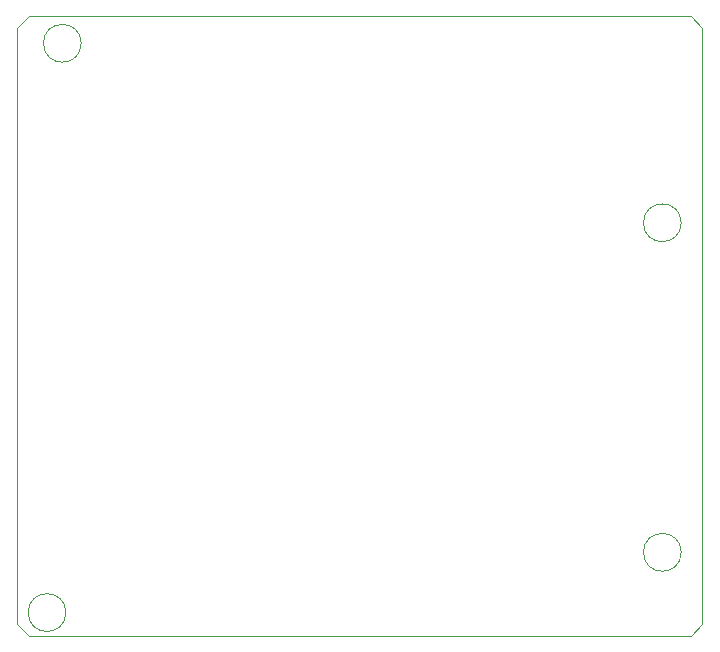
<source format=gbr>
%TF.GenerationSoftware,KiCad,Pcbnew,(5.1.9)-1*%
%TF.CreationDate,2021-10-25T23:02:33-04:00*%
%TF.ProjectId,CAN-Node-Shield,43414e2d-4e6f-4646-952d-536869656c64,rev?*%
%TF.SameCoordinates,Original*%
%TF.FileFunction,Profile,NP*%
%FSLAX46Y46*%
G04 Gerber Fmt 4.6, Leading zero omitted, Abs format (unit mm)*
G04 Created by KiCad (PCBNEW (5.1.9)-1) date 2021-10-25 23:02:33*
%MOMM*%
%LPD*%
G01*
G04 APERTURE LIST*
%TA.AperFunction,Profile*%
%ADD10C,0.050000*%
%TD*%
G04 APERTURE END LIST*
D10*
X170500000Y-46000000D02*
X171500000Y-47000000D01*
X114500000Y-46000000D02*
X113500000Y-47000000D01*
X113500000Y-97500000D02*
X114500000Y-98500000D01*
X171500000Y-97500000D02*
X170500000Y-98500000D01*
X113500000Y-97500000D02*
X113500000Y-47000000D01*
X114500000Y-98500000D02*
X170500000Y-98500000D01*
X114500000Y-46000000D02*
X170500000Y-46000000D01*
X171500000Y-97500000D02*
X171500000Y-47000000D01*
X117600000Y-96500000D02*
G75*
G03*
X117600000Y-96500000I-1600000J0D01*
G01*
X118900000Y-48300000D02*
G75*
G03*
X118900000Y-48300000I-1600000J0D01*
G01*
X169700000Y-63500000D02*
G75*
G03*
X169700000Y-63500000I-1600000J0D01*
G01*
X169700000Y-91400000D02*
G75*
G03*
X169700000Y-91400000I-1600000J0D01*
G01*
M02*

</source>
